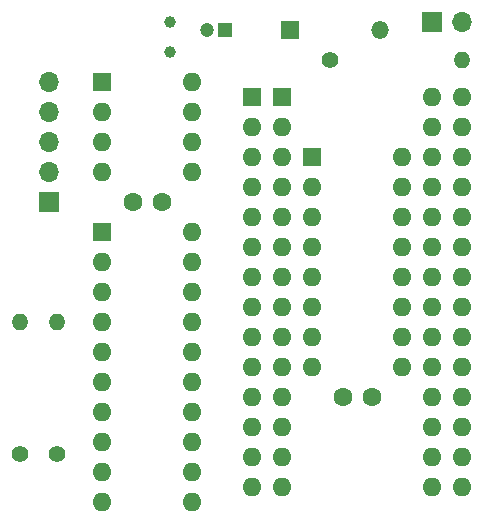
<source format=gbr>
%TF.GenerationSoftware,KiCad,Pcbnew,7.0.10+1*%
%TF.CreationDate,2024-01-27T15:27:30+01:00*%
%TF.ProjectId,QL_Minerva_MK2,514c5f4d-696e-4657-9276-615f4d4b322e,0.0*%
%TF.SameCoordinates,Original*%
%TF.FileFunction,Soldermask,Top*%
%TF.FilePolarity,Negative*%
%FSLAX46Y46*%
G04 Gerber Fmt 4.6, Leading zero omitted, Abs format (unit mm)*
G04 Created by KiCad (PCBNEW 7.0.10+1) date 2024-01-27 15:27:30*
%MOMM*%
%LPD*%
G01*
G04 APERTURE LIST*
%ADD10C,1.600000*%
%ADD11C,1.000000*%
%ADD12R,1.600000X1.600000*%
%ADD13O,1.600000X1.600000*%
%ADD14R,1.700000X1.700000*%
%ADD15O,1.700000X1.700000*%
%ADD16C,1.400000*%
%ADD17O,1.400000X1.400000*%
%ADD18R,1.200000X1.200000*%
%ADD19C,1.200000*%
%ADD20R,1.500000X1.500000*%
%ADD21O,1.500000X1.500000*%
G04 APERTURE END LIST*
D10*
%TO.C,C3*%
X71755000Y-73660000D03*
X69255000Y-73660000D03*
%TD*%
D11*
%TO.C,Y1*%
X72390000Y-58390000D03*
X72390000Y-60930000D03*
%TD*%
D12*
%TO.C,U4*%
X66675000Y-76200000D03*
D13*
X66675000Y-78740000D03*
X66675000Y-81280000D03*
X66675000Y-83820000D03*
X66675000Y-86360000D03*
X66675000Y-88900000D03*
X66675000Y-91440000D03*
X66675000Y-93980000D03*
X66675000Y-96520000D03*
X66675000Y-99060000D03*
X74295000Y-99060000D03*
X74295000Y-96520000D03*
X74295000Y-93980000D03*
X74295000Y-91440000D03*
X74295000Y-88900000D03*
X74295000Y-86360000D03*
X74295000Y-83820000D03*
X74295000Y-81280000D03*
X74295000Y-78740000D03*
X74295000Y-76200000D03*
%TD*%
D14*
%TO.C,J2*%
X62160000Y-73655000D03*
D15*
X62160000Y-71115000D03*
X62160000Y-68575000D03*
X62160000Y-66035000D03*
X62160000Y-63495000D03*
%TD*%
D12*
%TO.C,U2*%
X81910000Y-64780000D03*
D13*
X81910000Y-67320000D03*
X81910000Y-69860000D03*
X81910000Y-72400000D03*
X81910000Y-74940000D03*
X81910000Y-77480000D03*
X81910000Y-80020000D03*
X81910000Y-82560000D03*
X81910000Y-85100000D03*
X81910000Y-87640000D03*
X81910000Y-90180000D03*
X81910000Y-92720000D03*
X81910000Y-95260000D03*
X81910000Y-97800000D03*
X97150000Y-97800000D03*
X97150000Y-95260000D03*
X97150000Y-92720000D03*
X97150000Y-90180000D03*
X97150000Y-87640000D03*
X97150000Y-85100000D03*
X97150000Y-82560000D03*
X97150000Y-80020000D03*
X97150000Y-77480000D03*
X97150000Y-74940000D03*
X97150000Y-72400000D03*
X97150000Y-69860000D03*
X97150000Y-67320000D03*
X97150000Y-64780000D03*
%TD*%
D12*
%TO.C,U5*%
X84455000Y-69850000D03*
D13*
X84455000Y-72390000D03*
X84455000Y-74930000D03*
X84455000Y-77470000D03*
X84455000Y-80010000D03*
X84455000Y-82550000D03*
X84455000Y-85090000D03*
X84455000Y-87630000D03*
X92075000Y-87630000D03*
X92075000Y-85090000D03*
X92075000Y-82550000D03*
X92075000Y-80010000D03*
X92075000Y-77470000D03*
X92075000Y-74930000D03*
X92075000Y-72390000D03*
X92075000Y-69850000D03*
%TD*%
D14*
%TO.C,J1*%
X94615000Y-58420000D03*
D15*
X97155000Y-58420000D03*
%TD*%
D13*
%TO.C,U3*%
X74305000Y-63510000D03*
X74305000Y-66050000D03*
X74305000Y-68590000D03*
X74305000Y-71130000D03*
X66685000Y-71130000D03*
X66685000Y-68590000D03*
X66685000Y-66050000D03*
D12*
X66685000Y-63510000D03*
%TD*%
%TO.C,U1*%
X79375000Y-64770000D03*
D13*
X79375000Y-67310000D03*
X79375000Y-69850000D03*
X79375000Y-72390000D03*
X79375000Y-74930000D03*
X79375000Y-77470000D03*
X79375000Y-80010000D03*
X79375000Y-82550000D03*
X79375000Y-85090000D03*
X79375000Y-87630000D03*
X79375000Y-90170000D03*
X79375000Y-92710000D03*
X79375000Y-95250000D03*
X79375000Y-97790000D03*
X94615000Y-97790000D03*
X94615000Y-95250000D03*
X94615000Y-92710000D03*
X94615000Y-90170000D03*
X94615000Y-87630000D03*
X94615000Y-85090000D03*
X94615000Y-82550000D03*
X94615000Y-80010000D03*
X94615000Y-77470000D03*
X94615000Y-74930000D03*
X94615000Y-72390000D03*
X94615000Y-69850000D03*
X94615000Y-67310000D03*
X94615000Y-64770000D03*
%TD*%
D16*
%TO.C,R2*%
X59690000Y-94996000D03*
D17*
X59690000Y-83820000D03*
%TD*%
D10*
%TO.C,C2*%
X89515000Y-90170000D03*
X87015000Y-90170000D03*
%TD*%
D16*
%TO.C,R1*%
X62865000Y-94996000D03*
D17*
X62865000Y-83820000D03*
%TD*%
D18*
%TO.C,C1*%
X77065000Y-59055000D03*
D19*
X75565000Y-59055000D03*
%TD*%
D16*
%TO.C,R3*%
X85979000Y-61595000D03*
D17*
X97155000Y-61595000D03*
%TD*%
D20*
%TO.C,D1*%
X82550000Y-59055000D03*
D21*
X90170000Y-59055000D03*
%TD*%
M02*

</source>
